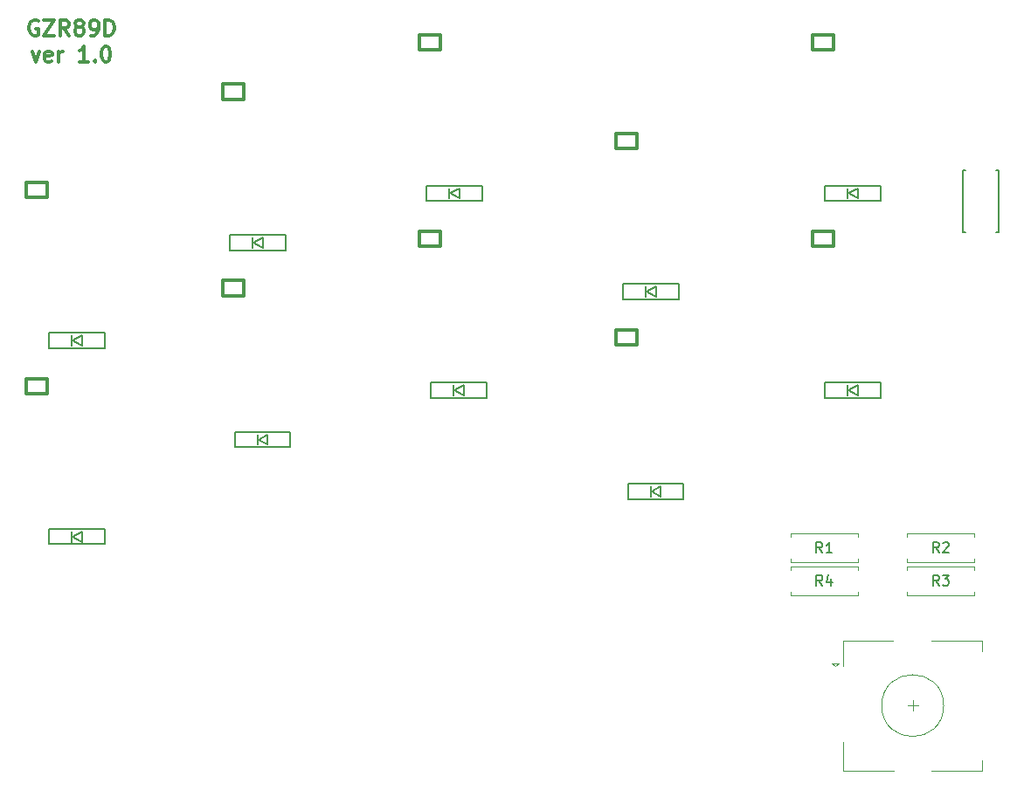
<source format=gbr>
G04 #@! TF.GenerationSoftware,KiCad,Pcbnew,(5.1.4)-1*
G04 #@! TF.CreationDate,2019-11-23T12:37:49+09:00*
G04 #@! TF.ProjectId,pps8,70707338-2e6b-4696-9361-645f70636258,rev?*
G04 #@! TF.SameCoordinates,Original*
G04 #@! TF.FileFunction,Legend,Top*
G04 #@! TF.FilePolarity,Positive*
%FSLAX46Y46*%
G04 Gerber Fmt 4.6, Leading zero omitted, Abs format (unit mm)*
G04 Created by KiCad (PCBNEW (5.1.4)-1) date 2019-11-23 12:37:49*
%MOMM*%
%LPD*%
G04 APERTURE LIST*
%ADD10C,0.300000*%
%ADD11C,0.120000*%
%ADD12C,0.150000*%
G04 APERTURE END LIST*
D10*
X6750000Y13025000D02*
X6607142Y13096428D01*
X6392857Y13096428D01*
X6178571Y13025000D01*
X6035714Y12882142D01*
X5964285Y12739285D01*
X5892857Y12453571D01*
X5892857Y12239285D01*
X5964285Y11953571D01*
X6035714Y11810714D01*
X6178571Y11667857D01*
X6392857Y11596428D01*
X6535714Y11596428D01*
X6750000Y11667857D01*
X6821428Y11739285D01*
X6821428Y12239285D01*
X6535714Y12239285D01*
X7321428Y13096428D02*
X8321428Y13096428D01*
X7321428Y11596428D01*
X8321428Y11596428D01*
X9750000Y11596428D02*
X9250000Y12310714D01*
X8892857Y11596428D02*
X8892857Y13096428D01*
X9464285Y13096428D01*
X9607142Y13025000D01*
X9678571Y12953571D01*
X9750000Y12810714D01*
X9750000Y12596428D01*
X9678571Y12453571D01*
X9607142Y12382142D01*
X9464285Y12310714D01*
X8892857Y12310714D01*
X10607142Y12453571D02*
X10464285Y12525000D01*
X10392857Y12596428D01*
X10321428Y12739285D01*
X10321428Y12810714D01*
X10392857Y12953571D01*
X10464285Y13025000D01*
X10607142Y13096428D01*
X10892857Y13096428D01*
X11035714Y13025000D01*
X11107142Y12953571D01*
X11178571Y12810714D01*
X11178571Y12739285D01*
X11107142Y12596428D01*
X11035714Y12525000D01*
X10892857Y12453571D01*
X10607142Y12453571D01*
X10464285Y12382142D01*
X10392857Y12310714D01*
X10321428Y12167857D01*
X10321428Y11882142D01*
X10392857Y11739285D01*
X10464285Y11667857D01*
X10607142Y11596428D01*
X10892857Y11596428D01*
X11035714Y11667857D01*
X11107142Y11739285D01*
X11178571Y11882142D01*
X11178571Y12167857D01*
X11107142Y12310714D01*
X11035714Y12382142D01*
X10892857Y12453571D01*
X11892857Y11596428D02*
X12178571Y11596428D01*
X12321428Y11667857D01*
X12392857Y11739285D01*
X12535714Y11953571D01*
X12607142Y12239285D01*
X12607142Y12810714D01*
X12535714Y12953571D01*
X12464285Y13025000D01*
X12321428Y13096428D01*
X12035714Y13096428D01*
X11892857Y13025000D01*
X11821428Y12953571D01*
X11750000Y12810714D01*
X11750000Y12453571D01*
X11821428Y12310714D01*
X11892857Y12239285D01*
X12035714Y12167857D01*
X12321428Y12167857D01*
X12464285Y12239285D01*
X12535714Y12310714D01*
X12607142Y12453571D01*
X13250000Y11596428D02*
X13250000Y13096428D01*
X13607142Y13096428D01*
X13821428Y13025000D01*
X13964285Y12882142D01*
X14035714Y12739285D01*
X14107142Y12453571D01*
X14107142Y12239285D01*
X14035714Y11953571D01*
X13964285Y11810714D01*
X13821428Y11667857D01*
X13607142Y11596428D01*
X13250000Y11596428D01*
X6178571Y10046428D02*
X6535714Y9046428D01*
X6892857Y10046428D01*
X8035714Y9117857D02*
X7892857Y9046428D01*
X7607142Y9046428D01*
X7464285Y9117857D01*
X7392857Y9260714D01*
X7392857Y9832142D01*
X7464285Y9975000D01*
X7607142Y10046428D01*
X7892857Y10046428D01*
X8035714Y9975000D01*
X8107142Y9832142D01*
X8107142Y9689285D01*
X7392857Y9546428D01*
X8750000Y9046428D02*
X8750000Y10046428D01*
X8750000Y9760714D02*
X8821428Y9903571D01*
X8892857Y9975000D01*
X9035714Y10046428D01*
X9178571Y10046428D01*
X11607142Y9046428D02*
X10750000Y9046428D01*
X11178571Y9046428D02*
X11178571Y10546428D01*
X11035714Y10332142D01*
X10892857Y10189285D01*
X10750000Y10117857D01*
X12250000Y9189285D02*
X12321428Y9117857D01*
X12250000Y9046428D01*
X12178571Y9117857D01*
X12250000Y9189285D01*
X12250000Y9046428D01*
X13250000Y10546428D02*
X13392857Y10546428D01*
X13535714Y10475000D01*
X13607142Y10403571D01*
X13678571Y10260714D01*
X13750000Y9975000D01*
X13750000Y9617857D01*
X13678571Y9332142D01*
X13607142Y9189285D01*
X13535714Y9117857D01*
X13392857Y9046428D01*
X13250000Y9046428D01*
X13107142Y9117857D01*
X13035714Y9189285D01*
X12964285Y9332142D01*
X12892857Y9617857D01*
X12892857Y9975000D01*
X12964285Y10260714D01*
X13035714Y10403571D01*
X13107142Y10475000D01*
X13250000Y10546428D01*
D11*
X97480000Y-39470000D02*
X97480000Y-39140000D01*
X90940000Y-39470000D02*
X97480000Y-39470000D01*
X90940000Y-39140000D02*
X90940000Y-39470000D01*
X97480000Y-36730000D02*
X97480000Y-37060000D01*
X90940000Y-36730000D02*
X97480000Y-36730000D01*
X90940000Y-37060000D02*
X90940000Y-36730000D01*
X90940000Y-40260000D02*
X90940000Y-39930000D01*
X90940000Y-39930000D02*
X97480000Y-39930000D01*
X97480000Y-39930000D02*
X97480000Y-40260000D01*
X90940000Y-42340000D02*
X90940000Y-42670000D01*
X90940000Y-42670000D02*
X97480000Y-42670000D01*
X97480000Y-42670000D02*
X97480000Y-42340000D01*
X86180000Y-42670000D02*
X86180000Y-42340000D01*
X79640000Y-42670000D02*
X86180000Y-42670000D01*
X79640000Y-42340000D02*
X79640000Y-42670000D01*
X86180000Y-39930000D02*
X86180000Y-40260000D01*
X79640000Y-39930000D02*
X86180000Y-39930000D01*
X79640000Y-40260000D02*
X79640000Y-39930000D01*
X86180000Y-39470000D02*
X86180000Y-39140000D01*
X79640000Y-39470000D02*
X86180000Y-39470000D01*
X79640000Y-39140000D02*
X79640000Y-39470000D01*
X86180000Y-36730000D02*
X86180000Y-37060000D01*
X79640000Y-36730000D02*
X86180000Y-36730000D01*
X79640000Y-37060000D02*
X79640000Y-36730000D01*
D10*
X5570000Y-4100000D02*
X5570000Y-2650000D01*
X5570000Y-2650000D02*
X7620000Y-2650000D01*
X7620000Y-2650000D02*
X7620000Y-4100000D01*
X7620000Y-4100000D02*
X5570000Y-4100000D01*
X7620000Y-23150000D02*
X5570000Y-23150000D01*
X7620000Y-21700000D02*
X7620000Y-23150000D01*
X5570000Y-21700000D02*
X7620000Y-21700000D01*
X5570000Y-23150000D02*
X5570000Y-21700000D01*
D12*
X13200000Y-18750000D02*
X13200000Y-17250000D01*
X7800000Y-18750000D02*
X13200000Y-18750000D01*
X7800000Y-17250000D02*
X7800000Y-18750000D01*
X13200000Y-17250000D02*
X7800000Y-17250000D01*
X10000000Y-17500000D02*
X10000000Y-18500000D01*
X11000000Y-18500000D02*
X10100000Y-18000000D01*
X11000000Y-17500000D02*
X11000000Y-18500000D01*
X10100000Y-18000000D02*
X11000000Y-17500000D01*
X10100000Y-37000000D02*
X11000000Y-36500000D01*
X11000000Y-36500000D02*
X11000000Y-37500000D01*
X11000000Y-37500000D02*
X10100000Y-37000000D01*
X10000000Y-36500000D02*
X10000000Y-37500000D01*
X13200000Y-36250000D02*
X7800000Y-36250000D01*
X7800000Y-36250000D02*
X7800000Y-37750000D01*
X7800000Y-37750000D02*
X13200000Y-37750000D01*
X13200000Y-37750000D02*
X13200000Y-36250000D01*
D10*
X26670000Y5425000D02*
X24620000Y5425000D01*
X26670000Y6875000D02*
X26670000Y5425000D01*
X24620000Y6875000D02*
X26670000Y6875000D01*
X24620000Y5425000D02*
X24620000Y6875000D01*
X24620000Y-13625000D02*
X24620000Y-12175000D01*
X24620000Y-12175000D02*
X26670000Y-12175000D01*
X26670000Y-12175000D02*
X26670000Y-13625000D01*
X26670000Y-13625000D02*
X24620000Y-13625000D01*
D12*
X27650000Y-8475000D02*
X28550000Y-7975000D01*
X28550000Y-7975000D02*
X28550000Y-8975000D01*
X28550000Y-8975000D02*
X27650000Y-8475000D01*
X27550000Y-7975000D02*
X27550000Y-8975000D01*
X30750000Y-7725000D02*
X25350000Y-7725000D01*
X25350000Y-7725000D02*
X25350000Y-9225000D01*
X25350000Y-9225000D02*
X30750000Y-9225000D01*
X30750000Y-9225000D02*
X30750000Y-7725000D01*
X31200000Y-28350000D02*
X31200000Y-26850000D01*
X25800000Y-28350000D02*
X31200000Y-28350000D01*
X25800000Y-26850000D02*
X25800000Y-28350000D01*
X31200000Y-26850000D02*
X25800000Y-26850000D01*
X28000000Y-27100000D02*
X28000000Y-28100000D01*
X29000000Y-28100000D02*
X28100000Y-27600000D01*
X29000000Y-27100000D02*
X29000000Y-28100000D01*
X28100000Y-27600000D02*
X29000000Y-27100000D01*
D10*
X43670000Y10187500D02*
X43670000Y11637500D01*
X43670000Y11637500D02*
X45720000Y11637500D01*
X45720000Y11637500D02*
X45720000Y10187500D01*
X45720000Y10187500D02*
X43670000Y10187500D01*
X45720000Y-8862500D02*
X43670000Y-8862500D01*
X45720000Y-7412500D02*
X45720000Y-8862500D01*
X43670000Y-7412500D02*
X45720000Y-7412500D01*
X43670000Y-8862500D02*
X43670000Y-7412500D01*
D12*
X49800000Y-4462500D02*
X49800000Y-2962500D01*
X44400000Y-4462500D02*
X49800000Y-4462500D01*
X44400000Y-2962500D02*
X44400000Y-4462500D01*
X49800000Y-2962500D02*
X44400000Y-2962500D01*
X46600000Y-3212500D02*
X46600000Y-4212500D01*
X47600000Y-4212500D02*
X46700000Y-3712500D01*
X47600000Y-3212500D02*
X47600000Y-4212500D01*
X46700000Y-3712500D02*
X47600000Y-3212500D01*
X47100000Y-22800000D02*
X48000000Y-22300000D01*
X48000000Y-22300000D02*
X48000000Y-23300000D01*
X48000000Y-23300000D02*
X47100000Y-22800000D01*
X47000000Y-22300000D02*
X47000000Y-23300000D01*
X50200000Y-22050000D02*
X44800000Y-22050000D01*
X44800000Y-22050000D02*
X44800000Y-23550000D01*
X44800000Y-23550000D02*
X50200000Y-23550000D01*
X50200000Y-23550000D02*
X50200000Y-22050000D01*
D10*
X62720000Y662500D02*
X62720000Y2112500D01*
X62720000Y2112500D02*
X64770000Y2112500D01*
X64770000Y2112500D02*
X64770000Y662500D01*
X64770000Y662500D02*
X62720000Y662500D01*
X64770000Y-18387500D02*
X62720000Y-18387500D01*
X64770000Y-16937500D02*
X64770000Y-18387500D01*
X62720000Y-16937500D02*
X64770000Y-16937500D01*
X62720000Y-18387500D02*
X62720000Y-16937500D01*
D12*
X65750000Y-13237500D02*
X66650000Y-12737500D01*
X66650000Y-12737500D02*
X66650000Y-13737500D01*
X66650000Y-13737500D02*
X65750000Y-13237500D01*
X65650000Y-12737500D02*
X65650000Y-13737500D01*
X68850000Y-12487500D02*
X63450000Y-12487500D01*
X63450000Y-12487500D02*
X63450000Y-13987500D01*
X63450000Y-13987500D02*
X68850000Y-13987500D01*
X68850000Y-13987500D02*
X68850000Y-12487500D01*
X69300000Y-33350000D02*
X69300000Y-31850000D01*
X63900000Y-33350000D02*
X69300000Y-33350000D01*
X63900000Y-31850000D02*
X63900000Y-33350000D01*
X69300000Y-31850000D02*
X63900000Y-31850000D01*
X66100000Y-32100000D02*
X66100000Y-33100000D01*
X67100000Y-33100000D02*
X66200000Y-32600000D01*
X67100000Y-32100000D02*
X67100000Y-33100000D01*
X66200000Y-32600000D02*
X67100000Y-32100000D01*
X99850000Y-1500000D02*
X99600000Y-1500000D01*
X99850000Y-7500000D02*
X99850000Y-1500000D01*
X99600000Y-7500000D02*
X99850000Y-7500000D01*
X96350000Y-7500000D02*
X96600000Y-7500000D01*
X96350000Y-1500000D02*
X96350000Y-7500000D01*
X96600000Y-1500000D02*
X96350000Y-1500000D01*
D11*
X91000000Y-53400000D02*
X92000000Y-53400000D01*
X91500000Y-52900000D02*
X91500000Y-53900000D01*
X98200000Y-58700000D02*
X98200000Y-59700000D01*
X98200000Y-47100000D02*
X98200000Y-48100000D01*
X84300000Y-49300000D02*
X84000000Y-49600000D01*
X83700000Y-49300000D02*
X84300000Y-49300000D01*
X84000000Y-49600000D02*
X83700000Y-49300000D01*
X84800000Y-47100000D02*
X84800000Y-49600000D01*
X89600000Y-47100000D02*
X84800000Y-47100000D01*
X84800000Y-59700000D02*
X84800000Y-56900000D01*
X89700000Y-59700000D02*
X84800000Y-59700000D01*
X98200000Y-59700000D02*
X93300000Y-59700000D01*
X93300000Y-47100000D02*
X98200000Y-47100000D01*
X94500000Y-53400000D02*
G75*
G03X94500000Y-53400000I-3000000J0D01*
G01*
D12*
X88400000Y-4462500D02*
X88400000Y-2962500D01*
X83000000Y-4462500D02*
X88400000Y-4462500D01*
X83000000Y-2962500D02*
X83000000Y-4462500D01*
X88400000Y-2962500D02*
X83000000Y-2962500D01*
X85200000Y-3212500D02*
X85200000Y-4212500D01*
X86200000Y-4212500D02*
X85300000Y-3712500D01*
X86200000Y-3212500D02*
X86200000Y-4212500D01*
X85300000Y-3712500D02*
X86200000Y-3212500D01*
X85300000Y-22800000D02*
X86200000Y-22300000D01*
X86200000Y-22300000D02*
X86200000Y-23300000D01*
X86200000Y-23300000D02*
X85300000Y-22800000D01*
X85200000Y-22300000D02*
X85200000Y-23300000D01*
X88400000Y-22050000D02*
X83000000Y-22050000D01*
X83000000Y-22050000D02*
X83000000Y-23550000D01*
X83000000Y-23550000D02*
X88400000Y-23550000D01*
X88400000Y-23550000D02*
X88400000Y-22050000D01*
D10*
X83820000Y10187500D02*
X81770000Y10187500D01*
X83820000Y11637500D02*
X83820000Y10187500D01*
X81770000Y11637500D02*
X83820000Y11637500D01*
X81770000Y10187500D02*
X81770000Y11637500D01*
X81770000Y-8862500D02*
X81770000Y-7412500D01*
X81770000Y-7412500D02*
X83820000Y-7412500D01*
X83820000Y-7412500D02*
X83820000Y-8862500D01*
X83820000Y-8862500D02*
X81770000Y-8862500D01*
D12*
X94043333Y-38552380D02*
X93710000Y-38076190D01*
X93471904Y-38552380D02*
X93471904Y-37552380D01*
X93852857Y-37552380D01*
X93948095Y-37600000D01*
X93995714Y-37647619D01*
X94043333Y-37742857D01*
X94043333Y-37885714D01*
X93995714Y-37980952D01*
X93948095Y-38028571D01*
X93852857Y-38076190D01*
X93471904Y-38076190D01*
X94424285Y-37647619D02*
X94471904Y-37600000D01*
X94567142Y-37552380D01*
X94805238Y-37552380D01*
X94900476Y-37600000D01*
X94948095Y-37647619D01*
X94995714Y-37742857D01*
X94995714Y-37838095D01*
X94948095Y-37980952D01*
X94376666Y-38552380D01*
X94995714Y-38552380D01*
X94043333Y-41752380D02*
X93710000Y-41276190D01*
X93471904Y-41752380D02*
X93471904Y-40752380D01*
X93852857Y-40752380D01*
X93948095Y-40800000D01*
X93995714Y-40847619D01*
X94043333Y-40942857D01*
X94043333Y-41085714D01*
X93995714Y-41180952D01*
X93948095Y-41228571D01*
X93852857Y-41276190D01*
X93471904Y-41276190D01*
X94376666Y-40752380D02*
X94995714Y-40752380D01*
X94662380Y-41133333D01*
X94805238Y-41133333D01*
X94900476Y-41180952D01*
X94948095Y-41228571D01*
X94995714Y-41323809D01*
X94995714Y-41561904D01*
X94948095Y-41657142D01*
X94900476Y-41704761D01*
X94805238Y-41752380D01*
X94519523Y-41752380D01*
X94424285Y-41704761D01*
X94376666Y-41657142D01*
X82743333Y-41752380D02*
X82410000Y-41276190D01*
X82171904Y-41752380D02*
X82171904Y-40752380D01*
X82552857Y-40752380D01*
X82648095Y-40800000D01*
X82695714Y-40847619D01*
X82743333Y-40942857D01*
X82743333Y-41085714D01*
X82695714Y-41180952D01*
X82648095Y-41228571D01*
X82552857Y-41276190D01*
X82171904Y-41276190D01*
X83600476Y-41085714D02*
X83600476Y-41752380D01*
X83362380Y-40704761D02*
X83124285Y-41419047D01*
X83743333Y-41419047D01*
X82743333Y-38552380D02*
X82410000Y-38076190D01*
X82171904Y-38552380D02*
X82171904Y-37552380D01*
X82552857Y-37552380D01*
X82648095Y-37600000D01*
X82695714Y-37647619D01*
X82743333Y-37742857D01*
X82743333Y-37885714D01*
X82695714Y-37980952D01*
X82648095Y-38028571D01*
X82552857Y-38076190D01*
X82171904Y-38076190D01*
X83695714Y-38552380D02*
X83124285Y-38552380D01*
X83410000Y-38552380D02*
X83410000Y-37552380D01*
X83314761Y-37695238D01*
X83219523Y-37790476D01*
X83124285Y-37838095D01*
M02*

</source>
